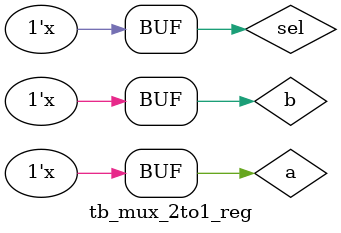
<source format=v>
`timescale 1ns / 1ps


module tb_mux_2to1_reg();
    reg a, b, sel;
    wire out;
    
    mux_2to1_reg u_mux_2to1_reg (
        .a (a), .b (b), .sel (sel), .out (out)
    );
    
    initial begin
        a = 1'b0; b = 1'b0; sel = 1'b0;
    end
    
    always #50 a = ~a;
    always #100 b = ~b;
    always #200 sel = ~sel;
    
endmodule

</source>
